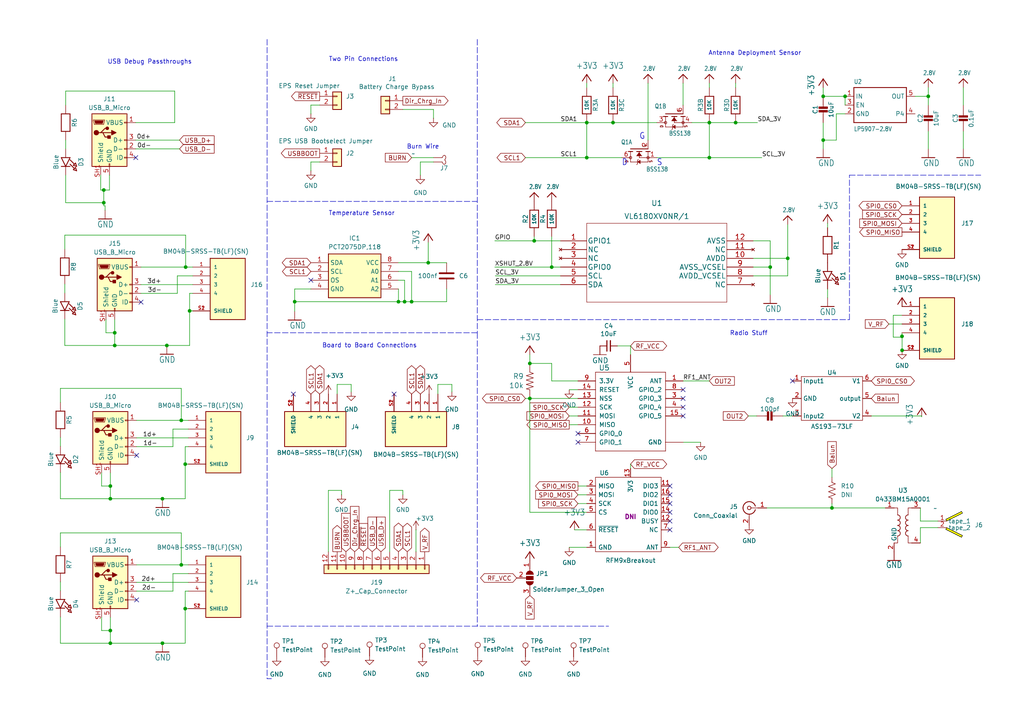
<source format=kicad_sch>
(kicad_sch (version 20231120) (generator "eeschema") (generator_version "8.0")
  (paper "A4")
  (junction (at 48.387 100.203))
  (junction (at 205.74 45.72))
  (junction (at 205.74 35.56))
  (junction (at 223.393 77.47))
  (junction (at 115.57 87.503))
  (junction (at 32.004 140.97))
  (junction (at 153.67 115.57))
  (junction (at 52.578 163.83))
  (junction (at 53.848 77.47))
  (junction (at 261.6454 101.6))
  (junction (at 54.991 90.17))
  (junction (at 47.117 144.653))
  (junction (at 32.004 182.88))
  (junction (at 32.004 144.653))
  (junction (at 85.471 87.503))
  (junction (at 269.24 27.94))
  (junction (at 53.721 176.53))
  (junction (at 33.274 96.52))
  (junction (at 238.76 40.64))
  (junction (at 238.76 27.94))
  (junction (at 170.18 45.72))
  (junction (at 124.206 76.2))
  (junction (at 241.3 147.32))
  (junction (at 261.62 97.536))
  (junction (at 153.67 105.41))
  (junction (at 119.38 87.503))
  (junction (at 52.578 121.92))
  (junction (at 213.36 35.56))
  (junction (at 30.099 55.118))
  (junction (at 53.721 134.62))
  (junction (at 30.099 58.801))
  (junction (at 177.8 35.56))
  (junction (at 154.94 69.85))
  (junction (at 117.348 87.503))
  (junction (at 160.02 77.47))
  (junction (at 245.11 27.94))
  (junction (at 32.004 186.563))
  (junction (at 228.473 74.93))
  (junction (at 47.117 186.563))
  (junction (at 170.18 35.56))
  (junction (at 33.274 100.203))
  (no_connect (at 40.894 87.63))
  (no_connect (at 198.12 120.65))
  (no_connect (at 114.3 114.3))
  (no_connect (at 198.12 118.11))
  (no_connect (at 194.31 153.67))
  (no_connect (at 194.31 151.13))
  (no_connect (at 194.31 143.51))
  (no_connect (at 194.31 146.05))
  (no_connect (at 167.64 125.73))
  (no_connect (at 198.12 115.57))
  (no_connect (at 194.31 140.97))
  (no_connect (at 194.31 148.59))
  (no_connect (at 167.64 128.27))
  (no_connect (at 85.09 114.3))
  (no_connect (at 90.17 81.28))
  (no_connect (at 198.12 113.03))
  (no_connect (at 39.37 45.72))
  (no_connect (at 229.87 110.49))
  (no_connect (at 39.624 173.99))
  (no_connect (at 39.624 132.08))
  (wire (pts (xy 125.73 31.75) (xy 125.73 34.29)))
  (wire (pts (xy 213.36 25.4) (xy 213.36 24.13)))
  (wire (pts (xy 241.3 147.32) (xy 256.794 147.32)))
  (wire (pts (xy 30.48 60.96) (xy 30.48 59.69)))
  (wire (pts (xy 170.18 35.56) (xy 152.4 35.56)))
  (wire (pts (xy 228.473 74.93) (xy 228.473 65.151)))
  (wire (pts (xy 213.36 35.56) (xy 219.71 35.56)))
  (wire (pts (xy 177.8 25.4) (xy 177.8 24.13)))
  (wire (pts (xy 127 114.3) (xy 127 111.506)))
  (wire (pts (xy 198.12 30.48) (xy 198.12 24.13)))
  (wire (pts (xy 259.08 91.44) (xy 261.62 91.44)))
  (wire (pts (xy 240.03 83.82) (xy 240.03 86.36)))
  (wire (pts (xy 190.5 45.72) (xy 205.74 45.72)))
  (wire (pts (xy 47.117 186.563) (xy 53.721 186.563)))
  (wire (pts (xy 85.471 87.503) (xy 85.471 90.297)))
  (wire (pts (xy 170.18 45.72) (xy 152.4 45.72)))
  (wire (pts (xy 54.61 171.45) (xy 53.721 171.45)))
  (wire (pts (xy 19.05 58.801) (xy 30.099 58.801)))
  (wire (pts (xy 18.796 92.583) (xy 18.796 100.203)))
  (wire (pts (xy 53.721 144.653) (xy 53.721 134.62)))
  (wire (pts (xy 125.73 46.99) (xy 121.92 46.99)))
  (wire (pts (xy 222.377 147.32) (xy 241.3 147.32)))
  (wire (pts (xy 32.004 144.653) (xy 47.117 144.653)))
  (wire (pts (xy 218.44 77.47) (xy 223.393 77.47)))
  (wire (pts (xy 99.06 142.24) (xy 99.06 143.51)))
  (wire (pts (xy 205.74 35.56) (xy 205.74 45.72)))
  (wire (pts (xy 33.274 100.203) (xy 48.387 100.203)))
  (wire (pts (xy 129.54 76.2) (xy 124.206 76.2)))
  (wire (pts (xy 154.94 69.85) (xy 162.56 69.85)))
  (wire (pts (xy 272.034 151.13) (xy 266.954 151.13)))
  (wire (pts (xy 205.74 25.4) (xy 205.74 24.13)))
  (wire (pts (xy 30.099 55.118) (xy 30.099 58.801)))
  (wire (pts (xy 153.67 105.41) (xy 153.67 102.87)))
  (wire (pts (xy 182.88 100.33) (xy 182.88 102.87)))
  (wire (pts (xy 50.165 124.46) (xy 54.61 124.46)))
  (wire (pts (xy 53.848 68.199) (xy 53.848 77.47)))
  (wire (pts (xy 177.8 35.56) (xy 170.18 35.56)))
  (wire (pts (xy 31.75 55.118) (xy 30.099 55.118)))
  (wire (pts (xy 279.4 38.1) (xy 279.4 43.18)))
  (wire (pts (xy 190.5 35.56) (xy 177.8 35.56)))
  (polyline (pts (xy 138.43 11.43) (xy 138.43 96.52)) (stroke (width 0) (type dash)))
  (wire (pts (xy 30.734 92.71) (xy 30.734 96.52)))
  (wire (pts (xy 257.81 93.98) (xy 261.62 93.98)))
  (wire (pts (xy 29.464 140.97) (xy 32.004 140.97)))
  (wire (pts (xy 51.435 85.09) (xy 51.435 80.01)))
  (wire (pts (xy 40.894 85.09) (xy 51.435 85.09)))
  (polyline (pts (xy 138.43 96.52) (xy 138.43 181.61)) (stroke (width 0) (type dash)))
  (wire (pts (xy 17.526 112.649) (xy 52.578 112.649)))
  (wire (pts (xy 205.74 45.72) (xy 220.98 45.72)))
  (wire (pts (xy 53.721 176.53) (xy 54.61 176.53)))
  (wire (pts (xy 198.12 128.27) (xy 203.2 128.27)))
  (wire (pts (xy 266.954 151.13) (xy 266.954 147.32)))
  (wire (pts (xy 267.335 120.65) (xy 267.335 120.904)))
  (wire (pts (xy 52.578 121.92) (xy 54.61 121.92)))
  (wire (pts (xy 92.71 30.48) (xy 90.17 30.48)))
  (wire (pts (xy 115.57 83.82) (xy 115.57 87.503)))
  (wire (pts (xy 223.393 69.85) (xy 223.393 77.47)))
  (wire (pts (xy 29.464 182.88) (xy 32.004 182.88)))
  (wire (pts (xy 85.471 83.82) (xy 85.471 87.503)))
  (wire (pts (xy 50.165 129.54) (xy 50.165 124.46)))
  (wire (pts (xy 170.18 146.05) (xy 167.64 146.05)))
  (wire (pts (xy 32.004 137.16) (xy 32.004 140.97)))
  (wire (pts (xy 40.894 82.55) (xy 55.88 82.55)))
  (wire (pts (xy 261.6454 97.536) (xy 261.6454 101.6)))
  (wire (pts (xy 180.34 45.72) (xy 170.18 45.72)))
  (wire (pts (xy 30.099 59.69) (xy 30.099 58.801)))
  (wire (pts (xy 17.526 144.653) (xy 32.004 144.653)))
  (wire (pts (xy 29.21 55.118) (xy 30.099 55.118)))
  (wire (pts (xy 19.05 26.416) (xy 19.05 30.48)))
  (wire (pts (xy 53.848 77.47) (xy 55.88 77.47)))
  (wire (pts (xy 30.734 96.52) (xy 33.274 96.52)))
  (wire (pts (xy 19.05 40.64) (xy 19.05 43.18)))
  (wire (pts (xy 143.637 80.01) (xy 162.56 80.01)))
  (wire (pts (xy 242.57 40.64) (xy 238.76 40.64)))
  (wire (pts (xy 265.43 27.94) (xy 269.24 27.94)))
  (wire (pts (xy 32.004 186.563) (xy 47.117 186.563)))
  (wire (pts (xy 269.24 38.1) (xy 269.24 43.18)))
  (wire (pts (xy 17.526 154.559) (xy 52.578 154.559)))
  (wire (pts (xy 266.954 153.035) (xy 266.954 157.48)))
  (wire (pts (xy 119.38 87.503) (xy 129.54 87.503)))
  (wire (pts (xy 160.02 110.49) (xy 160.02 105.41)))
  (wire (pts (xy 129.54 83.82) (xy 129.54 87.503)))
  (wire (pts (xy 52.578 154.559) (xy 52.578 163.83)))
  (wire (pts (xy 39.37 43.18) (xy 52.07 43.18)))
  (wire (pts (xy 124.206 70.358) (xy 124.206 76.2)))
  (wire (pts (xy 241.3 135.89) (xy 241.3 138.43)))
  (wire (pts (xy 39.624 127) (xy 54.61 127)))
  (wire (pts (xy 29.464 179.07) (xy 29.464 182.88)))
  (wire (pts (xy 50.673 26.416) (xy 50.673 35.56)))
  (wire (pts (xy 218.44 69.85) (xy 223.393 69.85)))
  (wire (pts (xy 259.08 91.44) (xy 259.08 97.79)))
  (polyline (pts (xy 246.38 92.71) (xy 246.38 50.8)) (stroke (width 0) (type dash)))
  (wire (pts (xy 115.57 81.28) (xy 117.348 81.28)))
  (wire (pts (xy 39.624 129.54) (xy 50.165 129.54)))
  (wire (pts (xy 101.854 111.506) (xy 101.854 113.665)))
  (wire (pts (xy 18.796 68.199) (xy 53.848 68.199)))
  (wire (pts (xy 187.96 40.64) (xy 187.96 24.13)))
  (wire (pts (xy 54.991 85.09) (xy 54.991 90.17)))
  (wire (pts (xy 160.02 77.47) (xy 162.56 77.47)))
  (wire (pts (xy 127 111.506) (xy 131.064 111.506)))
  (wire (pts (xy 160.02 68.58) (xy 160.02 77.47)))
  (wire (pts (xy 39.624 171.45) (xy 50.165 171.45)))
  (wire (pts (xy 116.84 31.75) (xy 125.73 31.75)))
  (polyline (pts (xy 77.47 11.43) (xy 77.47 196.85)) (stroke (width 0) (type dash)))
  (wire (pts (xy 238.76 40.64) (xy 238.76 35.56)))
  (wire (pts (xy 17.526 112.649) (xy 17.526 116.713)))
  (wire (pts (xy 54.61 129.54) (xy 53.721 129.54)))
  (wire (pts (xy 48.387 100.203) (xy 54.991 100.203)))
  (wire (pts (xy 245.11 27.94) (xy 238.76 27.94)))
  (wire (pts (xy 117.348 87.503) (xy 119.38 87.503)))
  (wire (pts (xy 115.57 78.74) (xy 119.38 78.74)))
  (wire (pts (xy 17.526 186.563) (xy 32.004 186.563)))
  (wire (pts (xy 170.18 24.13) (xy 170.18 25.4)))
  (wire (pts (xy 200.66 35.56) (xy 205.74 35.56)))
  (polyline (pts (xy 77.47 196.85) (xy 78.74 196.85)))
  (wire (pts (xy 182.88 134.62) (xy 182.88 135.89)))
  (wire (pts (xy 30.48 59.69) (xy 30.099 59.69)))
  (wire (pts (xy 261.62 96.52) (xy 261.62 97.536)))
  (wire (pts (xy 52.578 163.83) (xy 54.61 163.83)))
  (wire (pts (xy 165.1 158.75) (xy 170.18 158.75)))
  (wire (pts (xy 85.471 87.503) (xy 115.57 87.503)))
  (wire (pts (xy 269.24 27.94) (xy 269.24 25.4)))
  (wire (pts (xy 97.79 111.506) (xy 101.854 111.506)))
  (wire (pts (xy 17.526 154.559) (xy 17.526 158.623)))
  (wire (pts (xy 223.393 77.47) (xy 223.393 85.471)))
  (wire (pts (xy 53.721 129.54) (xy 53.721 134.62)))
  (wire (pts (xy 33.274 96.52) (xy 33.274 100.203)))
  (polyline (pts (xy 77.47 181.61) (xy 176.53 181.61)) (stroke (width 0) (type dash)))
  (wire (pts (xy 121.92 46.99) (xy 121.92 50.8)))
  (wire (pts (xy 242.57 33.02) (xy 242.57 40.64)))
  (wire (pts (xy 205.74 35.56) (xy 213.36 35.56)))
  (wire (pts (xy 167.64 123.19) (xy 165.1 123.19)))
  (wire (pts (xy 50.165 166.37) (xy 54.61 166.37)))
  (wire (pts (xy 238.76 25.4) (xy 238.76 27.94)))
  (wire (pts (xy 154.94 68.58) (xy 154.94 69.85)))
  (wire (pts (xy 40.894 77.47) (xy 53.848 77.47)))
  (wire (pts (xy 259.08 97.79) (xy 261.62 97.79)))
  (polyline (pts (xy 246.38 50.8) (xy 284.48 50.8)) (stroke (width 0) (type dash)))
  (wire (pts (xy 90.17 30.48) (xy 90.17 33.02)))
  (wire (pts (xy 19.05 50.8) (xy 19.05 58.801)))
  (wire (pts (xy 113.03 142.24) (xy 116.84 142.24)))
  (wire (pts (xy 218.44 80.01) (xy 228.473 80.01)))
  (wire (pts (xy 227.076 120.65) (xy 229.87 120.65)))
  (wire (pts (xy 272.034 153.035) (xy 266.954 153.035)))
  (wire (pts (xy 18.796 82.423) (xy 18.796 84.963)))
  (wire (pts (xy 31.75 50.8) (xy 31.75 55.118)))
  (wire (pts (xy 261.62 97.79) (xy 261.62 97.536)))
  (wire (pts (xy 153.67 148.59) (xy 170.18 148.59)))
  (wire (pts (xy 279.4 25.4) (xy 279.4 30.48)))
  (wire (pts (xy 55.88 85.09) (xy 54.991 85.09)))
  (wire (pts (xy 119.38 45.72) (xy 125.73 45.72)))
  (wire (pts (xy 39.624 121.92) (xy 52.578 121.92)))
  (wire (pts (xy 167.64 113.03) (xy 165.1 113.03)))
  (wire (pts (xy 17.526 137.033) (xy 17.526 144.653)))
  (wire (pts (xy 143.51 77.47) (xy 160.02 77.47)))
  (polyline (pts (xy 77.47 58.42) (xy 138.43 58.42)) (stroke (width 0) (type dash)))
  (wire (pts (xy 17.526 168.783) (xy 17.526 171.323)))
  (wire (pts (xy 166.624 153.67) (xy 170.18 153.67)))
  (wire (pts (xy 198.12 110.49) (xy 205.74 110.49)))
  (wire (pts (xy 52.578 112.649) (xy 52.578 121.92)))
  (wire (pts (xy 53.721 186.563) (xy 53.721 176.53)))
  (wire (pts (xy 39.624 168.91) (xy 54.61 168.91)))
  (wire (pts (xy 240.03 66.04) (xy 240.03 64.77)))
  (wire (pts (xy 167.64 118.11) (xy 165.1 118.11)))
  (wire (pts (xy 117.348 81.28) (xy 117.348 87.503)))
  (polyline (pts (xy 138.43 92.71) (xy 246.38 92.71)) (stroke (width 0) (type dash)))
  (wire (pts (xy 252.73 120.65) (xy 267.335 120.65)))
  (wire (pts (xy 241.3 146.05) (xy 241.3 147.32)))
  (wire (pts (xy 53.721 171.45) (xy 53.721 176.53)))
  (wire (pts (xy 17.526 126.873) (xy 17.526 129.413)))
  (wire (pts (xy 160.02 110.49) (xy 167.64 110.49)))
  (wire (pts (xy 47.117 144.653) (xy 53.721 144.653)))
  (wire (pts (xy 120.65 153.67) (xy 120.65 160.02)))
  (wire (pts (xy 152.4 115.57) (xy 153.67 115.57)))
  (wire (pts (xy 228.473 74.93) (xy 228.473 80.01)))
  (wire (pts (xy 119.38 78.74) (xy 119.38 87.503)))
  (wire (pts (xy 153.67 115.57) (xy 153.67 148.59)))
  (wire (pts (xy 39.624 163.83) (xy 52.578 163.83)))
  (wire (pts (xy 131.064 111.506) (xy 131.064 113.665)))
  (wire (pts (xy 217.043 120.65) (xy 219.456 120.65)))
  (wire (pts (xy 51.435 80.01) (xy 55.88 80.01)))
  (wire (pts (xy 33.274 92.71) (xy 33.274 96.52)))
  (wire (pts (xy 261.62 97.536) (xy 261.6454 97.536)))
  (wire (pts (xy 167.64 120.65) (xy 165.1 120.65)))
  (wire (pts (xy 39.37 35.56) (xy 50.673 35.56)))
  (wire (pts (xy 95.25 142.24) (xy 99.06 142.24)))
  (wire (pts (xy 90.17 83.82) (xy 85.471 83.82)))
  (polyline (pts (xy 138.43 96.52) (xy 77.47 96.52)) (stroke (width 0) (type dash)))
  (wire (pts (xy 245.11 30.48) (xy 245.11 27.94)))
  (wire (pts (xy 238.76 40.64) (xy 238.76 43.18)))
  (wire (pts (xy 32.004 182.88) (xy 32.004 186.563)))
  (wire (pts (xy 32.004 179.07) (xy 32.004 182.88)))
  (wire (pts (xy 18.796 100.203) (xy 33.274 100.203)))
  (wire (pts (xy 19.05 26.416) (xy 50.673 26.416)))
  (wire (pts (xy 115.57 87.503) (xy 117.348 87.503)))
  (wire (pts (xy 218.44 74.93) (xy 228.473 74.93)))
  (wire (pts (xy 18.796 68.199) (xy 18.796 72.263)))
  (wire (pts (xy 170.18 143.51) (xy 167.64 143.51)))
  (wire (pts (xy 113.03 160.02) (xy 113.03 142.24)))
  (wire (pts (xy 261.62 101.6) (xy 261.6454 101.6)))
  (wire (pts (xy 182.88 100.33) (xy 179.07 100.33)))
  (wire (pts (xy 92.71 46.99) (xy 90.17 46.99)))
  (wire (pts (xy 39.37 40.64) (xy 52.07 40.64)))
  (wire (pts (xy 160.02 105.41) (xy 153.67 105.41)))
  (wire (pts (xy 95.25 160.02) (xy 95.25 142.24)))
  (wire (pts (xy 50.165 171.45) (xy 50.165 166.37)))
  (wire (pts (xy 261.62 88.9) (xy 261.6454 88.9)))
  (wire (pts (xy 245.11 33.02) (xy 242.57 33.02)))
  (wire (pts (xy 32.004 140.97) (xy 32.004 144.653)))
  (wire (pts (xy 54.991 90.17) (xy 55.88 90.17)))
  (wire (pts (xy 97.79 114.3) (xy 97.79 111.506)))
  (wire (pts (xy 29.21 50.8) (xy 29.21 55.118)))
  (wire (pts (xy 143.637 82.55) (xy 162.56 82.55)))
  (wire (pts (xy 54.991 100.203) (xy 54.991 90.17)))
  (wire (pts (xy 196.85 158.75) (xy 194.31 158.75)))
  (wire (pts (xy 170.18 140.97) (xy 167.64 140.97)))
  (wire (pts (xy 53.721 134.62) (xy 54.61 134.62)))
  (wire (pts (xy 143.51 69.85) (xy 154.94 69.85)))
  (wire (pts (xy 269.24 27.94) (xy 269.24 30.48)))
  (wire (pts (xy 29.464 137.16) (xy 29.464 140.97)))
  (wire (pts (xy 115.57 76.2) (xy 124.206 76.2)))
  (wire (pts (xy 116.84 142.24) (xy 116.84 143.51)))
  (wire (pts (xy 90.17 46.99) (xy 90.17 49.53)))
  (wire (pts (xy 170.18 35.56) (xy 170.18 45.72)))
  (wire (pts (xy 153.67 115.57) (xy 167.64 115.57)))
  (wire (pts (xy 17.526 178.943) (xy 17.526 186.563)))
  (text "Two Pin Connections\n" (at 105.41 17.272 0) (effects (font (size 1.27 1.27))))
  (text "S" (at 190.5 48.26 0) (effects (font (size 1.778 1.5113)) (justify left bottom)))
  (text "Antenna Deployment Sensor" (at 218.948 15.494 0) (effects (font (size 1.27 1.27))))
  (text "Radio Stuff" (at 217.17 96.774 0) (effects (font (size 1.27 1.27))))
  (text "USB Debug Passthroughs" (at 43.434 18.034 0) (effects (font (size 1.27 1.27))))
  (text "Burn Wire" (at 122.682 42.672 0) (effects (font (size 1.27 1.27))))
  (text "Temperature Sensor" (at 104.902 61.976 0) (effects (font (size 1.27 1.27))))
  (text "G" (at 185.42 40.64 0) (effects (font (size 1.778 1.5113)) (justify left bottom)))
  (text "D" (at 180.34 48.26 0) (effects (font (size 1.778 1.5113)) (justify left bottom)))
  (text "Board to Board Connections\n" (at 107.188 100.33 0) (effects (font (size 1.27 1.27))))
  (label "3d-" (at 42.799 85.09 0))
  (label "2d+" (at 41.021 168.91 0))
  (label "0d-" (at 39.751 43.18 0))
  (label "GPIO" (at 143.51 69.85 0) (effects (font (size 1.2446 1.2446))))
  (label "1d-" (at 41.529 129.54 0))
  (label "1d+" (at 41.402 127 0))
  (label "SDA1" (at 162.56 35.56 0) (effects (font (size 1.2446 1.2446))))
  (label "2d-" (at 41.148 171.45 0))
  (label "3d+" (at 42.672 82.55 0))
  (label "SCL_3V" (at 143.637 80.01 0) (effects (font (size 1.2446 1.2446))))
  (label "SDA_3V" (at 143.637 82.55 0) (effects (font (size 1.2446 1.2446))))
  (label "RF1_ANT" (at 198.12 110.49 0))
  (label "SCL1" (at 162.56 45.72 0) (effects (font (size 1.2446 1.2446))))
  (label "0d+" (at 39.624 40.64 0))
  (label "SCL_3V" (at 220.98 45.72 0) (effects (font (size 1.2446 1.2446))))
  (label "SDA_3V" (at 219.71 35.56 0) (effects (font (size 1.2446 1.2446))))
  (label "XSHUT_2.8V" (at 143.51 77.47 0) (effects (font (size 1.2446 1.2446))))
  (global_label "RF_VCC" (shape bidirectional) (at 182.88 100.33 0) (property "Intersheetrefs" "${INTERSHEET_REFS}" (effects (hide yes))))
  (global_label "USB_D+" (shape input) (at 52.07 40.64 0) (property "Intersheetrefs" "${INTERSHEET_REFS}" (effects (hide yes))))
  (global_label "RF_VCC" (shape bidirectional) (at 182.88 134.62 0) (property "Intersheetrefs" "${INTERSHEET_REFS}" (effects (hide yes))))
  (global_label "V_RF" (shape output) (at 123.19 160.02 90) (property "Intersheetrefs" "${INTERSHEET_REFS}" (effects (hide yes))))
  (global_label "BURN" (shape output) (at 97.79 160.02 90) (property "Intersheetrefs" "${INTERSHEET_REFS}" (effects (hide yes))))
  (global_label "SPI0_MOSI" (shape input) (at 167.64 143.51 180) (property "Intersheetrefs" "${INTERSHEET_REFS}" (effects (hide yes))))
  (global_label "SPI0_SCK" (shape input) (at 261.62 62.23 180) (property "Intersheetrefs" "${INTERSHEET_REFS}" (effects (hide yes))))
  (global_label "SDA1" (shape bidirectional) (at 90.17 76.2 180) (property "Intersheetrefs" "${INTERSHEET_REFS}" (effects (hide yes))))
  (global_label "Dir_Chrg_In" (shape output) (at 116.84 29.21 0) (property "Intersheetrefs" "${INTERSHEET_REFS}" (effects (hide yes))))
  (global_label "SDA1" (shape bidirectional) (at 121.92 114.3 90) (property "Intersheetrefs" "${INTERSHEET_REFS}" (effects (hide yes))))
  (global_label "OUT2" (shape input) (at 217.043 120.65 180) (property "Intersheetrefs" "${INTERSHEET_REFS}" (effects (hide yes))))
  (global_label "SDA1" (shape bidirectional) (at 115.57 160.02 90) (property "Intersheetrefs" "${INTERSHEET_REFS}" (effects (hide yes))))
  (global_label "SPI0_CS0" (shape bidirectional) (at 261.62 59.69 180) (property "Intersheetrefs" "${INTERSHEET_REFS}" (effects (hide yes))))
  (global_label "SPI0_MOSI" (shape input) (at 165.1 120.65 180) (property "Intersheetrefs" "${INTERSHEET_REFS}" (effects (hide yes))))
  (global_label "SCL1" (shape bidirectional) (at 90.17 78.74 180) (property "Intersheetrefs" "${INTERSHEET_REFS}" (effects (hide yes))))
  (global_label "SDA1" (shape bidirectional) (at 152.4 35.56 180) (property "Intersheetrefs" "${INTERSHEET_REFS}" (effects (hide yes))))
  (global_label "USB_D-" (shape input) (at 107.95 160.02 90) (property "Intersheetrefs" "${INTERSHEET_REFS}" (effects (hide yes))))
  (global_label "SPI0_MOSI" (shape input) (at 261.62 64.77 180) (property "Intersheetrefs" "${INTERSHEET_REFS}" (effects (hide yes))))
  (global_label "~{RESET}" (shape input) (at 105.41 160.02 90) (property "Intersheetrefs" "${INTERSHEET_REFS}" (effects (hide yes))))
  (global_label "USB_D+" (shape input) (at 110.49 160.02 90) (property "Intersheetrefs" "${INTERSHEET_REFS}" (effects (hide yes))))
  (global_label "SCL1" (shape bidirectional) (at 90.17 114.3 90) (property "Intersheetrefs" "${INTERSHEET_REFS}" (effects (hide yes))))
  (global_label "SCL1" (shape bidirectional) (at 118.11 160.02 90) (property "Intersheetrefs" "${INTERSHEET_REFS}" (effects (hide yes))))
  (global_label "RF1_ANT" (shape bidirectional) (at 196.85 158.75 0) (property "Intersheetrefs" "${INTERSHEET_REFS}" (effects (hide yes))))
  (global_label "USBBOOT" (shape input) (at 100.33 160.02 90) (property "Intersheetrefs" "${INTERSHEET_REFS}" (effects (hide yes))))
  (global_label "Balun" (shape input) (at 252.73 115.57 0) (property "Intersheetrefs" "${INTERSHEET_REFS}" (effects (hide yes))))
  (global_label "Dir_Chrg_In" (shape input) (at 102.87 160.02 90) (property "Intersheetrefs" "${INTERSHEET_REFS}" (effects (hide yes))))
  (global_label "V_RF" (shape input) (at 153.67 172.72 270) (property "Intersheetrefs" "${INTERSHEET_REFS}" (effects (hide yes))))
  (global_label "Balun" (shape input) (at 241.3 135.89 90) (property "Intersheetrefs" "${INTERSHEET_REFS}" (effects (hide yes))))
  (global_label "SCL1" (shape bidirectional) (at 152.4 45.72 180) (property "Intersheetrefs" "${INTERSHEET_REFS}" (effects (hide yes))))
  (global_label "SPI0_SCK" (shape input) (at 167.64 146.05 180) (property "Intersheetrefs" "${INTERSHEET_REFS}" (effects (hide yes))))
  (global_label "SPI0_CS0" (shape bidirectional) (at 152.4 115.57 180) (property "Intersheetrefs" "${INTERSHEET_REFS}" (effects (hide yes))))
  (global_label "OUT2" (shape input) (at 205.74 110.49 0) (property "Intersheetrefs" "${INTERSHEET_REFS}" (effects (hide yes))))
  (global_label "USB_D-" (shape input) (at 52.07 43.18 0) (property "Intersheetrefs" "${INTERSHEET_REFS}" (effects (hide yes))))
  (global_label "~{RESET}" (shape output) (at 92.71 27.94 180) (property "Intersheetrefs" "${INTERSHEET_REFS}" (effects (hide yes))))
  (global_label "SCL1" (shape bidirectional) (at 119.38 114.3 90) (property "Intersheetrefs" "${INTERSHEET_REFS}" (effects (hide yes))))
  (global_label "SPI0_MISO" (shape output) (at 167.64 140.97 180) (property "Intersheetrefs" "${INTERSHEET_REFS}" (effects (hide yes))))
  (global_label "SPI0_MISO" (shape output) (at 165.1 123.19 180) (property "Intersheetrefs" "${INTERSHEET_REFS}" (effects (hide yes))))
  (global_label "RF_VCC" (shape bidirectional) (at 149.86 167.64 180) (property "Intersheetrefs" "${INTERSHEET_REFS}" (effects (hide yes))))
  (global_label "V_RF" (shape input) (at 257.81 93.98 180) (property "Intersheetrefs" "${INTERSHEET_REFS}" (effects (hide yes))))
  (global_label "SDA1" (shape bidirectional) (at 92.71 114.3 90) (property "Intersheetrefs" "${INTERSHEET_REFS}" (effects (hide yes))))
  (global_label "SPI0_SCK" (shape input) (at 165.1 118.11 180) (property "Intersheetrefs" "${INTERSHEET_REFS}" (effects (hide yes))))
  (global_label "BURN" (shape input) (at 119.38 45.72 180) (property "Intersheetrefs" "${INTERSHEET_REFS}" (effects (hide yes))))
  (global_label "USBBOOT" (shape output) (at 92.71 44.45 180) (property "Intersheetrefs" "${INTERSHEET_REFS}" (effects (hide yes))))
  (global_label "SPI0_CS0" (shape bidirectional) (at 252.73 110.49 0) (property "Intersheetrefs" "${INTERSHEET_REFS}" (effects (hide yes))))
  (global_label "SPI0_MISO" (shape output) (at 261.62 67.31 180) (property "Intersheetrefs" "${INTERSHEET_REFS}" (effects (hide yes))))
  (symbol (lib_id "mainboard:RFM9xBreakout") (at 182.88 149.86 0) (unit 1)
    (property "Reference" "U6" (at 175.26 137.16 0))
    (property "Value" "RFM9xBreakout" (at 182.88 162.56 0))
    (property "Footprint" "Antenna_board:HOPERF_RFM95W_SMD" (effects (hide yes)))
    (property "DNI" "DNI" (at 182.88 149.86 0) (effects (font (bold yes))))
  )
  (symbol (lib_id "Connector:USB_B_Micro") (at 31.75 40.64 0) (unit 1)
    (property "Reference" "J11" (at 31.75 28.702 0))
    (property "Value" "USB_B_Micro" (at 31.75 31.242 0))
    (property "Footprint" "Antenna_board:MOLEX_105164-0001(round)" (effects (hide yes)))
  )
  (symbol (lib_id "mainboard:10KOHM-1_10W-1%(0603)0603") (at 153.67 110.49 270) (unit 1)
    (property "Reference" "R9" (at 151.9428 109.1438 90) (effects (font (size 1.4986 1.4986)) (justify right)))
    (property "Value" "10k" (at 151.9428 111.8108 90) (effects (font (size 1.4986 1.4986)) (justify right)))
    (property "Footprint" "Resistor_SMD:R_0603_1608Metric" (effects (hide yes)))
    (property "Description" "10k 0603" (effects (hide yes)))
  )
  (symbol (lib_id "BM04B-SRSS-TB_LF__SN_:BM04B-SRSS-TB(LF)(SN)") (at 90.17 124.46 270) (unit 1)
    (property "Reference" "J4" (at 101.8032 123.825 90) (effects (justify left)))
    (property "Value" "BM04B-SRSS-TB(LF)(SN)" (at 80.264 131.318 90) (effects (justify left)))
    (property "Footprint" "Antenna_board:JST_BM04B-SRSS-TB(LF)(SN)" (effects (hide yes)))
    (property "PARTREV" "N/A" (effects (hide yes)))
    (property "SNAPEDA_PN" "BM04B-SRSS-TB(LF)(SN)" (effects (hide yes)))
    (property "STANDARD" "Manufacturer Recommendations" (effects (hide yes)))
    (property "MAXIMUM_PACKAGE_HEIGHT" "6.3 mm" (effects (hide yes)))
    (property "MANUFACTURER" "JST Sales America Inc." (effects (hide yes)))
  )
  (symbol (lib_id "Connector_Generic:Conn_01x02") (at 97.79 27.94 0) (unit 1)
    (property "Reference" "J3" (at 100.33 27.9399 0) (effects (justify left)))
    (property "Value" "EPS Reset Jumper" (at 80.772 24.892 0) (effects (justify left)))
    (property "Footprint" "Connector_PinHeader_2.54mm:PinHeader_1x02_P2.54mm_Vertical" (effects (hide yes)))
    (property "Description" "Generic connector, single row, 01x02, script generated (kicad-library-utils/schlib/autogen/connector/)" (effects (hide yes)))
  )
  (symbol (lib_id "Adafruit VL6180 Time of Flight Sensor-eagle-import:MOSFET-N_DUAL") (at 185.42 43.18 90) (mirror x) (unit 1)
    (property "Reference" "Q1" (at 183.388 41.91 90) (effects (font (size 1.27 1.0795)) (justify left bottom)))
    (property "Value" "BSS138" (at 193.802 49.784 90) (effects (font (size 1.27 1.0795)) (justify left bottom)))
    (property "Footprint" "Package_TO_SOT_SMD:SOT-363_SC-70-6" (effects (hide yes)))
  )
  (symbol (lib_id "Adafruit ItsyBitsy RP2040-eagle-import:RESISTOR_0402NO") (at 18.796 77.343 270) (unit 1)
    (property "Reference" "R8" (at 21.336 77.343 0))
    (property "Value" "1K" (effects (hide yes)))
    (property "Footprint" "Resistor_SMD:R_0402_1005Metric" (effects (hide yes)))
  )
  (symbol (lib_id "Adafruit ItsyBitsy RP2040-eagle-import:RESISTOR_0402NO") (at 19.05 35.56 270) (unit 1)
    (property "Reference" "R6" (at 21.59 35.56 0))
    (property "Value" "1K" (effects (hide yes)))
    (property "Footprint" "Resistor_SMD:R_0402_1005Metric" (effects (hide yes)))
  )
  (symbol (lib_name "GND_1") (lib_id "power:GND") (at 116.84 143.51 0) (unit 1)
    (property "Reference" "#PWR019" (effects (hide yes)))
    (property "Value" "GND" (at 116.84 147.828 0))
    (property "Description" "Power symbol creates a global label with name \"GND\" , ground" (effects (hide yes)))
  )
  (symbol (lib_id "Adafruit VL6180 Time of Flight Sensor-eagle-import:2.8V") (at 228.473 62.611 0) (unit 1)
    (property "Reference" "#U$09" (effects (hide yes)))
    (property "Value" "2.8V" (at 226.949 61.595 0) (effects (font (size 1.27 1.0795)) (justify left bottom)))
    (property "Footprint" "Adafruit VL6180 Time of Flight Sensor:" (effects (hide yes)))
  )
  (symbol (lib_name "GND_1") (lib_id "power:GND") (at 90.17 49.53 0) (unit 1)
    (property "Reference" "#PWR024" (effects (hide yes)))
    (property "Value" "GND" (at 90.17 53.848 0))
    (property "Description" "Power symbol creates a global label with name \"GND\" , ground" (effects (hide yes)))
  )
  (symbol (lib_id "Antenna:Tape_Measure_Antenna") (at 271.272 147.447 0) (unit 1)
    (property "Reference" "J6" (at 282.702 152.273 0) (effects (justify left)))
    (property "Value" "~" (at 271.272 147.447 0))
    (property "Footprint" "Antenna_board:Tape_Measure_Antenna" (effects (hide yes)))
  )
  (symbol (lib_id "Adafruit ItsyBitsy RP2040-eagle-import:GND") (at 30.48 63.5 0) (mirror y) (unit 1)
    (property "Reference" "#GND03" (effects (hide yes)))
    (property "Value" "GND" (at 33.02 66.04 0) (effects (font (size 1.778 1.5113)) (justify left bottom)))
    (property "Footprint" "Adafruit ItsyBitsy RP2040:" (effects (hide yes)))
  )
  (symbol (lib_id "power:+3V3") (at 124.46 114.3 0) (unit 1)
    (property "Reference" "#PWR011" (effects (hide yes)))
    (property "Value" "+3V3" (at 124.46 109.22 0))
  )
  (symbol (lib_id "Adafruit VL6180 Time of Flight Sensor-eagle-import:2.8V") (at 279.4 22.86 0) (unit 1)
    (property "Reference" "#U$012" (effects (hide yes)))
    (property "Value" "2.8V" (at 277.876 21.844 0) (effects (font (size 1.27 1.0795)) (justify left bottom)))
    (property "Footprint" "Adafruit VL6180 Time of Flight Sensor:" (effects (hide yes)))
  )
  (symbol (lib_id "power:GND") (at 229.87 115.57 0) (unit 1)
    (property "Reference" "#PWR017" (effects (hide yes)))
    (property "Value" "GND" (at 229.87 120.0134 0))
  )
  (symbol (lib_id "VL6180X0NR:VL6180XV0NR/1") (at 162.56 69.85 0) (unit 1)
    (property "Reference" "U1" (at 190.5 58.928 0) (effects (font (size 1.524 1.524))))
    (property "Value" "VL6180XV0NR/1" (at 190.5 62.738 0) (effects (font (size 1.524 1.524))))
    (property "Footprint" "Adafruit VL6180 Time of Flight Sensor:VL6180" (effects (hide yes)))
  )
  (symbol (lib_id "power:GND") (at 80.264 190.5 0) (unit 1)
    (property "Reference" "#PWR04" (effects (hide yes)))
    (property "Value" "GND" (at 80.264 195.58 0))
  )
  (symbol (lib_id "Adafruit ItsyBitsy RP2040-eagle-import:+3V3") (at 177.8 21.59 0) (unit 1)
    (property "Reference" "#+3V03" (effects (hide yes)))
    (property "Value" "+3V3" (at 177.8 19.05 0) (effects (font (size 1.778 1.5113))))
    (property "Footprint" "Adafruit ItsyBitsy RP2040:" (effects (hide yes)))
  )
  (symbol (lib_id "Adafruit VL6180 Time of Flight Sensor-eagle-import:GND") (at 279.4 45.72 0) (unit 1)
    (property "Reference" "#U$013" (effects (hide yes)))
    (property "Value" "GND" (at 277.876 48.26 0) (effects (font (size 1.778 1.5113)) (justify left bottom)))
    (property "Footprint" "Adafruit VL6180 Time of Flight Sensor:" (effects (hide yes)))
  )
  (symbol (lib_id "Adafruit ItsyBitsy RP2040-eagle-import:+3V3") (at 267.335 118.364 0) (unit 1)
    (property "Reference" "#+3V08" (effects (hide yes)))
    (property "Value" "+3V3" (at 264.795 123.444 90) (effects (font (size 1.778 1.5113)) (justify left bottom)))
    (property "Footprint" "Adafruit ItsyBitsy RP2040:" (effects (hide yes)))
  )
  (symbol (lib_id "Adafruit VL6180 Time of Flight Sensor-eagle-import:RESISTOR_4PACK") (at 205.74 30.48 90) (mirror x) (unit 2)
    (property "Reference" "R3" (at 203.2 30.48 0))
    (property "Value" "10K" (at 205.74 30.48 0) (effects (font (size 1.016 1.016) (bold yes))))
    (property "Footprint" "Resistor_SMD:R_Array_Convex_4x0603" (effects (hide yes)))
  )
  (symbol (lib_id "BM04B-SRSS-TB_LF__SN_:BM04B-SRSS-TB(LF)(SN)") (at 271.78 67.31 0) (unit 1)
    (property "Reference" "J17" (at 278.765 64.77 0) (effects (justify left)))
    (property "Value" "BM04B-SRSS-TB(LF)(SN)" (at 259.7404 54.0766 0) (effects (justify left)))
    (property "Footprint" "Antenna_board:JST_BM04B-SRSS-TB(LF)(SN)" (effects (hide yes)))
    (property "PARTREV" "N/A" (effects (hide yes)))
    (property "SNAPEDA_PN" "BM04B-SRSS-TB(LF)(SN)" (effects (hide yes)))
    (property "STANDARD" "Manufacturer Recommendations" (effects (hide yes)))
    (property "MAXIMUM_PACKAGE_HEIGHT" "6.3 mm" (effects (hide yes)))
    (property "MANUFACTURER" "JST Sales America Inc." (effects (hide yes)))
  )
  (symbol (lib_id "BM04B-SRSS-TB_LF__SN_:BM04B-SRSS-TB(LF)(SN)") (at 64.77 171.45 0) (unit 1)
    (property "Reference" "J14" (at 71.374 168.91 0) (effects (justify left)))
    (property "Value" "BM04B-SRSS-TB(LF)(SN)" (at 45.466 158.75 0) (effects (justify left)))
    (property "Footprint" "Antenna_board:JST_BM04B-SRSS-TB(LF)(SN)" (effects (hide yes)))
    (property "PARTREV" "N/A" (effects (hide yes)))
    (property "SNAPEDA_PN" "BM04B-SRSS-TB(LF)(SN)" (effects (hide yes)))
    (property "STANDARD" "Manufacturer Recommendations" (effects (hide yes)))
    (property "MAXIMUM_PACKAGE_HEIGHT" "6.3 mm" (effects (hide yes)))
    (property "MANUFACTURER" "JST Sales America Inc." (effects (hide yes)))
  )
  (symbol (lib_id "Adafruit ItsyBitsy RP2040-eagle-import:+3V3") (at 240.03 62.23 0) (unit 1)
    (property "Reference" "#+3V01" (effects (hide yes)))
    (property "Value" "+3V3" (at 240.03 59.69 0) (effects (font (size 1.778 1.5113))))
    (property "Footprint" "Adafruit ItsyBitsy RP2040:" (effects (hide yes)))
  )
  (symbol (lib_id "Adafruit VL6180 Time of Flight Sensor-eagle-import:2.8V") (at 213.36 21.59 0) (unit 1)
    (property "Reference" "#U$07" (effects (hide yes)))
    (property "Value" "2.8V" (at 211.836 20.574 0) (effects (font (size 1.27 1.0795)) (justify left bottom)))
    (property "Footprint" "Adafruit VL6180 Time of Flight Sensor:" (effects (hide yes)))
  )
  (symbol (lib_id "Adafruit VL6180 Time of Flight Sensor-eagle-import:GND") (at 223.393 88.011 0) (unit 1)
    (property "Reference" "#U$08" (effects (hide yes)))
    (property "Value" "GND" (at 221.869 90.551 0) (effects (font (size 1.778 1.5113)) (justify left bottom)))
    (property "Footprint" "Adafruit VL6180 Time of Flight Sensor:" (effects (hide yes)))
  )
  (symbol (lib_id "Adafruit VL6180 Time of Flight Sensor-eagle-import:VREG_SOT23-5") (at 255.27 30.48 0) (unit 1)
    (property "Reference" "U2" (at 247.65 24.384 0) (effects (font (size 1.27 1.0795)) (justify left bottom)))
    (property "Value" "LP5907-2.8V" (at 247.65 38.1 0) (effects (font (size 1.27 1.0795)) (justify left bottom)))
    (property "Footprint" "Package_TO_SOT_SMD:SOT-23-5" (effects (hide yes)))
  )
  (symbol (lib_id "Connector:TestPoint") (at 122.555 190.627 0) (unit 1)
    (property "Reference" "TP4" (at 124.079 186.055 0) (effects (justify left)))
    (property "Value" "TestPoint" (at 124.079 188.595 0) (effects (justify left)))
    (property "Footprint" "MountingHole:MountingHole_2.7mm_M2.5_Pad" (effects (hide yes)))
  )
  (symbol (lib_name "+3V3_1") (lib_id "power:+3V3") (at 120.65 153.67 0) (unit 1)
    (property "Reference" "#PWR014" (effects (hide yes)))
    (property "Value" "+3V3" (at 123.19 150.368 0))
    (property "Description" "Power symbol creates a global label with name \"+3V3\"" (effects (hide yes)))
  )
  (symbol (lib_id "Adafruit VL6180 Time of Flight Sensor-eagle-import:CAP_CERAMIC0603_NO") (at 279.4 35.56 0) (unit 1)
    (property "Reference" "C3" (at 277.11 34.31 90))
    (property "Value" "0.1uF" (at 281.7 34.31 90))
    (property "Footprint" "Capacitor_SMD:C_0603_1608Metric" (effects (hide yes)))
  )
  (symbol (lib_id "BM04B-SRSS-TB_LF__SN_:BM04B-SRSS-TB(LF)(SN)") (at 66.04 85.09 0) (unit 1)
    (property "Reference" "J16" (at 72.644 82.55 0) (effects (justify left)))
    (property "Value" "BM04B-SRSS-TB(LF)(SN)" (at 47.244 72.898 0) (effects (justify left)))
    (property "Footprint" "Antenna_board:JST_BM04B-SRSS-TB(LF)(SN)" (effects (hide yes)))
    (property "PARTREV" "N/A" (effects (hide yes)))
    (property "SNAPEDA_PN" "BM04B-SRSS-TB(LF)(SN)" (effects (hide yes)))
    (property "STANDARD" "Manufacturer Recommendations" (effects (hide yes)))
    (property "MAXIMUM_PACKAGE_HEIGHT" "6.3 mm" (effects (hide yes)))
    (property "MANUFACTURER" "JST Sales America Inc." (effects (hide yes)))
  )
  (symbol (lib_name "GND_2") (lib_id "power:GND") (at 125.73 34.29 0) (unit 1)
    (property "Reference" "#PWR022" (effects (hide yes)))
    (property "Value" "GND" (at 130.302 36.322 0))
    (property "Description" "Power symbol creates a global label with name \"GND\" , ground" (effects (hide yes)))
  )
  (symbol (lib_id "mainboard:GND") (at 173.99 102.87 0) (mirror y) (unit 1)
    (property "Reference" "#U01" (effects (hide yes)))
    (property "Value" "GND" (at 176.53 105.41 0) (effects (font (size 1.4986 1.4986)) (justify left bottom)))
  )
  (symbol (lib_id "power:GND") (at 152.4 190.5 0) (unit 1)
    (property "Reference" "#PWR09" (effects (hide yes)))
    (property "Value" "GND" (at 152.4 195.58 0))
  )
  (symbol (lib_name "GND_1") (lib_id "power:GND") (at 90.17 33.02 0) (unit 1)
    (property "Reference" "#PWR025" (effects (hide yes)))
    (property "Value" "GND" (at 90.17 37.338 0))
    (property "Description" "Power symbol creates a global label with name \"GND\" , ground" (effects (hide yes)))
  )
  (symbol (lib_id "Adafruit VL6180 Time of Flight Sensor-eagle-import:RESISTOR_4PACK") (at 170.18 30.48 270) (unit 1)
    (property "Reference" "R3" (at 172.72 30.48 0))
    (property "Value" "10K" (at 170.18 30.48 0) (effects (font (size 1.016 1.016) (bold yes))))
    (property "Footprint" "Resistor_SMD:R_Array_Convex_4x0603" (effects (hide yes)))
  )
  (symbol (lib_id "Adafruit VL6180 Time of Flight Sensor-eagle-import:MOSFET-N_DUAL") (at 195.58 33.02 90) (mirror x) (unit 2)
    (property "Reference" "Q1" (at 193.294 31.496 90) (effects (font (size 1.27 1.0795)) (justify left bottom)))
    (property "Value" "BSS138" (at 200.406 39.37 90) (effects (font (size 1.27 1.0795)) (justify left bottom)))
    (property "Footprint" "Package_TO_SOT_SMD:SOT-363_SC-70-6" (effects (hide yes)))
  )
  (symbol (lib_id "Adafruit VL6180 Time of Flight Sensor-eagle-import:CAP_CERAMIC0805-NOOUTLINE") (at 269.24 35.56 0) (unit 1)
    (property "Reference" "C2" (at 266.95 34.31 90))
    (property "Value" "10uF" (at 271.54 34.31 90))
    (property "Footprint" "Capacitor_SMD:C_0805_2012Metric" (effects (hide yes)))
  )
  (symbol (lib_id "Device:R_US") (at 241.3 142.24 0) (unit 1)
    (property "Reference" "R10" (at 243.84 140.9699 0) (effects (justify left)))
    (property "Value" "DNI" (at 243.84 143.5099 0) (effects (justify left)))
    (property "Footprint" "Resistor_SMD:R_0603_1608Metric" (effects (hide yes)))
    (property "Description" "Resistor, US symbol" (effects (hide yes)))
  )
  (symbol (lib_id "power:GND") (at 138.557 190.373 0) (unit 1)
    (property "Reference" "#PWR08" (effects (hide yes)))
    (property "Value" "GND" (at 138.557 195.453 0))
  )
  (symbol (lib_id "Adafruit ItsyBitsy RP2040-eagle-import:+3V3") (at 238.76 22.86 0) (unit 1)
    (property "Reference" "#+3V04" (effects (hide yes)))
    (property "Value" "+3V3" (at 236.22 27.94 90) (effects (font (size 1.778 1.5113)) (justify left bottom)))
    (property "Footprint" "Adafruit ItsyBitsy RP2040:" (effects (hide yes)))
  )
  (symbol (lib_id "Adafruit ItsyBitsy RP2040-eagle-import:RESISTOR_0402NO") (at 240.03 71.12 270) (unit 1)
    (property "Reference" "R1" (at 242.57 71.12 0))
    (property "Value" "1K" (effects (hide yes)))
    (property "Footprint" "Resistor_SMD:R_0402_1005Metric" (effects (hide yes)))
  )
  (symbol (lib_id "Device:C") (at 129.54 80.01 0) (unit 1)
    (property "Reference" "C6" (at 133.096 80.01 0) (effects (justify left)))
    (property "Value" "100nf" (at 121.158 80.01 0) (effects (justify left)))
    (property "Footprint" "Capacitor_SMD:C_0603_1608Metric" (effects (hide yes)))
  )
  (symbol (lib_id "Adafruit VL6180 Time of Flight Sensor-eagle-import:RESISTOR_4PACK") (at 213.36 30.48 90) (mirror x) (unit 4)
    (property "Reference" "R3" (at 210.82 30.48 0))
    (property "Value" "10K" (at 213.36 30.48 0) (effects (font (size 1.016 1.016) (bold yes))))
    (property "Footprint" "Resistor_SMD:R_Array_Convex_4x0603" (effects (hide yes)))
  )
  (symbol (lib_id "Adafruit VL6180 Time of Flight Sensor-eagle-import:GND") (at 238.76 45.72 0) (unit 1)
    (property "Reference" "#U$05" (effects (hide yes)))
    (property "Value" "GND" (at 237.236 48.26 0) (effects (font (size 1.778 1.5113)) (justify left bottom)))
    (property "Footprint" "Adafruit VL6180 Time of Flight Sensor:" (effects (hide yes)))
  )
  (symbol (lib_id "Connector:USB_B_Micro") (at 32.004 168.91 0) (unit 1)
    (property "Reference" "J13" (at 32.004 156.972 0))
    (property "Value" "USB_B_Micro" (at 32.004 159.512 0))
    (property "Footprint" "Antenna_board:MOLEX_105164-0001(round)" (effects (hide yes)))
  )
  (symbol (lib_id "BM04B-SRSS-TB_LF__SN_:BM04B-SRSS-TB(LF)(SN)") (at 119.38 124.46 270) (unit 1)
    (property "Reference" "J8" (at 131.0132 123.825 90) (effects (justify left)))
    (property "Value" "BM04B-SRSS-TB(LF)(SN)" (at 108.204 131.826 90) (effects (justify left)))
    (property "Footprint" "Antenna_board:JST_BM04B-SRSS-TB(LF)(SN)" (effects (hide yes)))
    (property "PARTREV" "N/A" (effects (hide yes)))
    (property "SNAPEDA_PN" "BM04B-SRSS-TB(LF)(SN)" (effects (hide yes)))
    (property "STANDARD" "Manufacturer Recommendations" (effects (hide yes)))
    (property "MAXIMUM_PACKAGE_HEIGHT" "6.3 mm" (effects (hide yes)))
    (property "MANUFACTURER" "JST Sales America Inc." (effects (hide yes)))
  )
  (symbol (lib_id "Transformer:0433BM15A0001") (at 261.874 152.4 0) (unit 1)
    (property "Reference" "U3" (at 261.874 142.24 0))
    (property "Value" "0433BM15A0001" (at 261.874 144.78 0))
    (property "Footprint" "RF_Converter:Balun_Johanson_0896BM15A0001" (effects (hide yes)))
    (property "Datasheet" "https://www.johansontechnology.com/datasheets/0433BM15A0001/0433BM15A0001.pdf" (effects (hide yes)))
  )
  (symbol (lib_id "Adafruit ItsyBitsy RP2040-eagle-import:+3V3") (at 153.67 160.02 0) (unit 1)
    (property "Reference" "#+3V010" (effects (hide yes)))
    (property "Value" "+3V3" (at 153.67 157.48 0) (effects (font (size 1.778 1.5113))))
    (property "Footprint" "Adafruit ItsyBitsy RP2040:" (effects (hide yes)))
  )
  (symbol (lib_id "Connector:TestPoint") (at 138.557 190.373 0) (unit 1)
    (property "Reference" "TP5" (at 140.081 185.801 0) (effects (justify left)))
    (property "Value" "TestPoint" (at 140.081 188.341 0) (effects (justify left)))
    (property "Footprint" "MountingHole:MountingHole_2.7mm_M2.5_Pad" (effects (hide yes)))
  )
  (symbol (lib_id "Adafruit ItsyBitsy RP2040-eagle-import:CAP_CERAMIC_0402NO") (at 224.536 120.65 90) (unit 1)
    (property "Reference" "C8" (at 223.266 116.078 90))
    (property "Value" "100pf" (at 223.266 118.618 90))
    (property "Footprint" "Capacitor_SMD:C_0603_1608Metric" (effects (hide yes)))
  )
  (symbol (lib_id "Adafruit ItsyBitsy RP2040-eagle-import:LED0603_NOOUTLINE") (at 18.796 90.043 270) (unit 1)
    (property "Reference" "D5" (at 23.241 88.773 0))
    (property "Value" "Blue" (at 16.002 88.773 0))
    (property "Footprint" "LED_SMD:LED_0603_1608Metric" (effects (hide yes)))
  )
  (symbol (lib_id "Adafruit VL6180 Time of Flight Sensor-eagle-import:RESISTOR_0603_NOOUT") (at 160.02 63.5 90) (unit 1)
    (property "Reference" "R4" (at 157.48 63.5 0))
    (property "Value" "10K" (at 160.02 63.5 0) (effects (font (size 1.016 1.016) (bold yes))))
    (property "Footprint" "Resistor_SMD:R_0603_1608Metric" (effects (hide yes)))
  )
  (symbol (lib_id "Adafruit VL6180 Time of Flight Sensor-eagle-import:2.8V") (at 205.74 21.59 0) (unit 1)
    (property "Reference" "#U$06" (effects (hide yes)))
    (property "Value" "2.8V" (at 204.216 20.574 0) (effects (font (size 1.27 1.0795)) (justify left bottom)))
    (property "Footprint" "Adafruit VL6180 Time of Flight Sensor:" (effects (hide yes)))
  )
  (symbol (lib_id "power:GND") (at 166.37 190.5 0) (unit 1)
    (property "Reference" "#PWR010" (effects (hide yes)))
    (property "Value" "GND" (at 166.37 195.58 0))
  )
  (symbol (lib_id "Antenna:PCT2075DP,118") (at 90.17 76.2 0) (unit 1)
    (property "Reference" "IC1" (at 102.87 69.088 0))
    (property "Value" "PCT2075DP,118" (at 102.87 71.628 0))
    (property "Footprint" "Package_SO:TSSOP-8_3x3mm_P0.65mm" (effects (hide yes)))
    (property "Datasheet" "http://www.nxp.com/docs/en/data-sheet/PCT2075.pdf" (effects (hide yes)))
    (property "Height" "1.1" (effects (hide yes)))
    (property "Mouser Part Number" "771-PCT2075DP118" (effects (hide yes)))
    (property "Mouser Price/Stock" "https://www.mouser.co.uk/ProductDetail/NXP-Semiconductors/PCT2075DP118?qs=lH1ILECabYlwLBLKMiotHw%3D%3D" (effects (hide yes)))
    (property "Manufacturer_Name" "NXP" (effects (hide yes)))
    (property "Manufacturer_Part_Number" "PCT2075DP,118" (effects (hide yes)))
  )
  (symbol (lib_id "power:GND") (at 261.62 72.39 0) (unit 1)
    (property "Reference" "#PWR020" (effects (hide yes)))
    (property "Value" "GND" (at 261.62 76.8334 0))
  )
  (symbol (lib_id "power:+3V3") (at 95.25 114.3 0) (unit 1)
    (property "Reference" "#PWR01" (effects (hide yes)))
    (property "Value" "+3V3" (at 97.028 108.966 0))
  )
  (symbol (lib_id "Adafruit VL6180 Time of Flight Sensor-eagle-import:2.8V") (at 154.94 55.88 0) (unit 1)
    (property "Reference" "#U$01" (effects (hide yes)))
    (property "Value" "2.8V" (at 153.416 54.864 0) (effects (font (size 1.27 1.0795)) (justify left bottom)))
    (property "Footprint" "Adafruit VL6180 Time of Flight Sensor:" (effects (hide yes)))
  )
  (symbol (lib_id "Adafruit VL6180 Time of Flight Sensor-eagle-import:2.8V") (at 160.02 55.88 0) (unit 1)
    (property "Reference" "#U$02" (effects (hide yes)))
    (property "Value" "2.8V" (at 158.496 54.864 0) (effects (font (size 1.27 1.0795)) (justify left bottom)))
    (property "Footprint" "Adafruit VL6180 Time of Flight Sensor:" (effects (hide yes)))
  )
  (symbol (lib_id "Connector:Conn_Coaxial") (at 217.297 147.32 0) (mirror y) (unit 1)
    (property "Reference" "J5" (at 213.995 146.9782 0) (effects (justify left)))
    (property "Value" "Conn_Coaxial" (at 213.995 149.5182 0) (effects (justify left)))
    (property "Footprint" "Connector_Coaxial:SMA_Amphenol_901-144_Vertical" (effects (hide yes)))
    (property "Datasheet" " ~" (effects (hide yes)))
  )
  (symbol (lib_id "Adafruit ItsyBitsy RP2040-eagle-import:GND") (at 47.117 189.103 0) (mirror y) (unit 1)
    (property "Reference" "#GND05" (effects (hide yes)))
    (property "Value" "GND" (at 49.657 191.643 0) (effects (font (size 1.778 1.5113)) (justify left bottom)))
    (property "Footprint" "Adafruit ItsyBitsy RP2040:" (effects (hide yes)))
  )
  (symbol (lib_id "Connector:USB_B_Micro") (at 32.004 127 0) (unit 1)
    (property "Reference" "J10" (at 32.004 115.062 0))
    (property "Value" "USB_B_Micro" (at 32.004 117.602 0))
    (property "Footprint" "Antenna_board:MOLEX_105164-0001(round)" (effects (hide yes)))
  )
  (symbol (lib_id "Adafruit VL6180 Time of Flight Sensor-eagle-import:GND") (at 269.24 45.72 0) (unit 1)
    (property "Reference" "#U$011" (effects (hide yes)))
    (property "Value" "GND" (at 267.716 48.26 0) (effects (font (size 1.778 1.5113)) (justify left bottom)))
    (property "Footprint" "Adafruit VL6180 Time of Flight Sensor:" (effects (hide yes)))
  )
  (symbol (lib_id "Connector:TestPoint") (at 80.264 190.5 0) (unit 1)
    (property "Reference" "TP1" (at 81.788 185.928 0) (effects (justify left)))
    (property "Value" "TestPoint" (at 81.788 188.468 0) (effects (justify left)))
    (property "Footprint" "MountingHole:MountingHole_2.7mm_M2.5_Pad" (effects (hide yes)))
  )
  (symbol (lib_id "power:GND") (at 165.1 158.75 0) (unit 1)
    (property "Reference" "#PWR013" (effects (hide yes)))
    (property "Value" "GND" (at 165.1 163.1934 0))
  )
  (symbol (lib_id "Adafruit VL6180 Time of Flight Sensor-eagle-import:2.8V") (at 187.96 21.59 0) (unit 1)
    (property "Reference" "#U$03" (effects (hide yes)))
    (property "Value" "2.8V" (at 186.436 20.574 0) (effects (font (size 1.27 1.0795)) (justify left bottom)))
    (property "Footprint" "Adafruit VL6180 Time of Flight Sensor:" (effects (hide yes)))
  )
  (symbol (lib_id "Adafruit VL6180 Time of Flight Sensor-eagle-import:2.8V") (at 198.12 21.59 0) (unit 1)
    (property "Reference" "#U$04" (effects (hide yes)))
    (property "Value" "2.8V" (at 196.596 20.574 0) (effects (font (size 1.27 1.0795)) (justify left bottom)))
    (property "Footprint" "Adafruit VL6180 Time of Flight Sensor:" (effects (hide yes)))
  )
  (symbol (lib_id "power:GND") (at 101.854 113.665 0) (unit 1)
    (property "Reference" "#PWR02" (effects (hide yes)))
    (property "Value" "GND" (at 101.854 118.745 0))
  )
  (symbol (lib_name "GND_3") (lib_id "power:GND") (at 121.92 50.8 0) (unit 1)
    (property "Reference" "#PWR023" (effects (hide yes)))
    (property "Value" "GND" (at 121.92 55.88 0))
    (property "Description" "Power symbol creates a global label with name \"GND\" , ground" (effects (hide yes)))
  )
  (symbol (lib_id "Adafruit VL6180 Time of Flight Sensor-eagle-import:CAP_CERAMIC0805-NOOUTLINE") (at 238.76 33.02 0) (unit 1)
    (property "Reference" "C1" (at 236.47 31.77 90))
    (property "Value" "10uF" (at 241.06 31.77 90))
    (property "Footprint" "Capacitor_SMD:C_0805_2012Metric" (effects (hide yes)))
  )
  (symbol (lib_id "Connector_Generic:Conn_01x02") (at 111.76 29.21 0) (mirror y) (unit 1)
    (property "Reference" "J1" (at 113.792 22.86 0))
    (property "Value" "Battery Charge Bypass" (at 115.062 25.146 0))
    (property "Footprint" "Connector_PinHeader_2.54mm:PinHeader_1x02_P2.54mm_Vertical" (effects (hide yes)))
  )
  (symbol (lib_id "Adafruit ItsyBitsy RP2040-eagle-import:+3V3") (at 153.67 100.33 0) (unit 1)
    (property "Reference" "#+3V06" (effects (hide yes)))
    (property "Value" "+3V3" (at 153.67 97.79 0) (effects (font (size 1.778 1.5113))))
    (property "Footprint" "Adafruit ItsyBitsy RP2040:" (effects (hide yes)))
  )
  (symbol (lib_id "Jumper:SolderJumper_3_Open") (at 153.67 167.64 270) (unit 1)
    (property "Reference" "JP1" (at 155.448 166.37 90) (effects (justify left)))
    (property "Value" "SolderJumper_3_Open" (at 154.432 170.942 90) (effects (justify left)))
    (property "Footprint" "Jumper:SolderJumper-3_P1.3mm_Open_RoundedPad1.0x1.5mm_NumberLabels" (effects (hide yes)))
  )
  (symbol (lib_id "Connector:TestPoint") (at 94.234 190.627 0) (unit 1)
    (property "Reference" "TP2" (at 95.758 186.055 0) (effects (justify left)))
    (property "Value" "TestPoint" (at 95.758 188.595 0) (effects (justify left)))
    (property "Footprint" "MountingHole:MountingHole_2.7mm_M2.5_Pad" (effects (hide yes)))
  )
  (symbol (lib_id "Adafruit ItsyBitsy RP2040-eagle-import:GND") (at 48.387 102.743 0) (mirror y) (unit 1)
    (property "Reference" "#GND06" (effects (hide yes)))
    (property "Value" "GND" (at 50.927 105.283 0) (effects (font (size 1.778 1.5113)) (justify left bottom)))
    (property "Footprint" "Adafruit ItsyBitsy RP2040:" (effects (hide yes)))
  )
  (symbol (lib_id "BM04B-SRSS-TB_LF__SN_:BM04B-SRSS-TB(LF)(SN)") (at 271.78 96.52 0) (unit 1)
    (property "Reference" "J18" (at 278.765 93.98 0) (effects (justify left)))
    (property "Value" "BM04B-SRSS-TB(LF)(SN)" (at 259.588 80.518 0) (effects (justify left)))
    (property "Footprint" "Antenna_board:JST_BM04B-SRSS-TB(LF)(SN)" (effects (hide yes)))
    (property "PARTREV" "N/A" (effects (hide yes)))
    (property "SNAPEDA_PN" "BM04B-SRSS-TB(LF)(SN)" (effects (hide yes)))
    (property "STANDARD" "Manufacturer Recommendations" (effects (hide yes)))
    (property "MAXIMUM_PACKAGE_HEIGHT" "6.3 mm" (effects (hide yes)))
    (property "MANUFACTURER" "JST Sales America Inc." (effects (hide yes)))
  )
  (symbol (lib_id "Adafruit VL6180 Time of Flight Sensor-eagle-import:2.8V") (at 269.24 22.86 0) (unit 1)
    (property "Reference" "#U$010" (effects (hide yes)))
    (property "Value" "2.8V" (at 267.716 21.844 0) (effects (font (size 1.27 1.0795)) (justify left bottom)))
    (property "Footprint" "Adafruit VL6180 Time of Flight Sensor:" (effects (hide yes)))
  )
  (symbol (lib_id "Adafruit ItsyBitsy RP2040-eagle-import:+3V3") (at 166.624 151.13 0) (unit 1)
    (property "Reference" "#+3V07" (effects (hide yes)))
    (property "Value" "+3V3" (at 166.624 148.59 0) (effects (font (size 1.778 1.5113))))
    (property "Footprint" "Adafruit ItsyBitsy RP2040:" (effects (hide yes)))
  )
  (symbol (lib_id "Connector:USB_B_Micro") (at 33.274 82.55 0) (unit 1)
    (property "Reference" "J15" (at 33.274 70.612 0))
    (property "Value" "USB_B_Micro" (at 33.274 73.152 0))
    (property "Footprint" "Antenna_board:MOLEX_105164-0001(round)" (effects (hide yes)))
  )
  (symbol (lib_name "GND_1") (lib_id "power:GND") (at 99.06 143.51 0) (unit 1)
    (property "Reference" "#PWR021" (effects (hide yes)))
    (property "Value" "GND" (at 99.06 147.828 0))
    (property "Description" "Power symbol creates a global label with name \"GND\" , ground" (effects (hide yes)))
  )
  (symbol (lib_id "Adafruit ItsyBitsy RP2040-eagle-import:RESISTOR_0402NO") (at 17.526 121.793 270) (unit 1)
    (property "Reference" "R5" (at 20.066 121.793 0))
    (property "Value" "1K" (effects (hide yes)))
    (property "Footprint" "Resistor_SMD:R_0402_1005Metric" (effects (hide yes)))
  )
  (symbol (lib_id "Connector_Generic:Conn_01x12") (at 110.49 165.1 270) (unit 1)
    (property "Reference" "J19" (at 109.22 168.91 90))
    (property "Value" "Z+_Cap_Connector" (at 109.22 171.45 90))
    (property "Footprint" "Connector_Molex:Molex_Pico-Lock_504050-1291_1x12-1MP_P1.50mm_Horizontal" (effects (hide yes)))
  )
  (symbol (lib_id "Adafruit ItsyBitsy RP2040-eagle-import:LED0603_NOOUTLINE") (at 17.526 134.493 270) (unit 1)
    (property "Reference" "D2" (at 21.971 133.223 0))
    (property "Value" "Blue" (at 14.732 133.223 0))
    (property "Footprint" "LED_SMD:LED_0603_1608Metric" (effects (hide yes)))
  )
  (symbol (lib_id "power:GND") (at 94.234 190.627 0) (unit 1)
    (property "Reference" "#PWR05" (effects (hide yes)))
    (property "Value" "GND" (at 94.234 195.707 0))
  )
  (symbol (lib_id "Antenna:RF_Switch") (at 241.3 115.57 0) (unit 1)
    (property "Reference" "U4" (at 241.3 108.077 0))
    (property "Value" "AS193-73LF" (at 241.3 123.698 0))
    (property "Footprint" "Package_TO_SOT_SMD:SuperSOT-6" (effects (hide yes)))
  )
  (symbol (lib_id "Adafruit ItsyBitsy RP2040-eagle-import:+3V3") (at 170.18 21.59 0) (unit 1)
    (property "Reference" "#+3V02" (effects (hide yes)))
    (property "Value" "+3V3" (at 170.18 19.05 0) (effects (font (size 1.778 1.5113))))
    (property "Footprint" "Adafruit ItsyBitsy RP2040:" (effects (hide yes)))
  )
  (symbol (lib_id "mainboard:RFM98PW") (at 180.34 118.11 0) (unit 1)
    (property "Reference" "U5" (at 175.26 106.68 0) (effects (font (size 1.4986 1.4986))))
    (property "Value" "RFM98PW" (effects (hide yes)))
    (property "Footprint" "Antenna_board:RFM98PW" (effects (hide yes)))
    (property "Description" "433 MHz 1W Radio" (effects (hide yes)))
    (property "Flight" "RFM98PW" (effects (hide yes)))
    (property "Manufacturer_Name" "HopeRF" (effects (hide yes)))
    (property "Manufacturer_Part_Number" "RFM98PW" (effects (hide yes)))
    (property "Proto" "RFM98PW" (effects (hide yes)))
  )
  (symbol (lib_id "Adafruit ItsyBitsy RP2040-eagle-import:LED0603_NOOUTLINE") (at 240.03 81.28 270) (unit 1)
    (property "Reference" "D1" (at 244.475 80.01 0))
    (property "Value" "Blue" (at 237.236 80.01 0))
    (property "Footprint" "LED_SMD:LED_0603_1608Metric" (effects (hide yes)))
  )
  (symbol (lib_id "power:GND") (at 165.1 113.03 0) (unit 1)
    (property "Reference" "#PWR018" (effects (hide yes)))
    (property "Value" "GND" (at 165.1 117.4734 0))
  )
  (symbol (lib_id "Device:C_Small") (at 176.53 100.33 90) (unit 1)
    (property "Reference" "C4" (at 176.53 94.5134 90))
    (property "Value" "10uF" (at 176.53 96.8248 90))
    (property "Footprint" "Capacitor_SMD:C_0603_1608Metric" (effects (hide yes)))
    (property "Description" "10uF +-20% 10V X5R" (effects (hide yes)))
  )
  (symbol (lib_id "Connector:TestPoint") (at 166.37 190.5 0) (unit 1)
    (property "Reference" "TP7" (at 167.894 185.928 0) (effects (justify left)))
    (property "Value" "TestPoint" (at 167.894 188.468 0) (effects (justify left)))
    (property "Footprint" "MountingHole:MountingHole_2.7mm_M2.5_Pad" (effects (hide yes)))
  )
  (symbol (lib_id "Adafruit ItsyBitsy RP2040-eagle-import:LED0603_NOOUTLINE") (at 17.526 176.403 270) (unit 1)
    (property "Reference" "D4" (at 21.971 175.133 0))
    (property "Value" "Blue" (at 14.732 175.133 0))
    (property "Footprint" "LED_SMD:LED_0603_1608Metric" (effects (hide yes)))
  )
  (symbol (lib_id "power:GND") (at 122.555 190.627 0) (unit 1)
    (property "Reference" "#PWR07" (effects (hide yes)))
    (property "Value" "GND" (at 122.555 195.707 0))
  )
  (symbol (lib_id "Adafruit ItsyBitsy RP2040-eagle-import:GND") (at 47.117 147.193 0) (mirror y) (unit 1)
    (property "Reference" "#GND02" (effects (hide yes)))
    (property "Value" "GND" (at 49.657 149.733 0) (effects (font (size 1.778 1.5113)) (justify left bottom)))
    (property "Footprint" "Adafruit ItsyBitsy RP2040:" (effects (hide yes)))
  )
  (symbol (lib_id "Adafruit ItsyBitsy RP2040-eagle-import:RESISTOR_0402NO") (at 17.526 163.703 270) (unit 1)
    (property "Reference" "R7" (at 20.066 163.703 0))
    (property "Value" "1K" (effects (hide yes)))
    (property "Footprint" "Resistor_SMD:R_0402_1005Metric" (effects (hide yes)))
  )
  (symbol (lib_id "Adafruit ItsyBitsy RP2040-eagle-import:+3V3") (at 124.206 67.818 0) (unit 1)
    (property "Reference" "#+3V05" (effects (hide yes)))
    (property "Value" "+3V3" (at 121.666 72.898 90) (effects (font (size 1.778 1.5113)) (justify left bottom)))
    (property "Footprint" "Adafruit ItsyBitsy RP2040:" (effects (hide yes)))
  )
  (symbol (lib_id "Adafruit ItsyBitsy RP2040-eagle-import:GND") (at 259.334 162.56 0) (unit 1)
    (property "Reference" "#GND04" (effects (hide yes)))
    (property "Value" "GND" (at 259.334 163.83 0) (effects (font (size 1.778 1.5113))))
    (property "Footprint" "Adafruit ItsyBitsy RP2040:" (effects (hide yes)))
  )
  (symbol (lib_id "power:GND") (at 261.6454 101.6 0) (unit 1)
    (property "Reference" "#PWR016" (effects (hide yes)))
    (property "Value" "GND" (at 261.6454 106.0434 0))
  )
  (symbol (lib_id "Adafruit VL6180 Time of Flight Sensor-eagle-import:RESISTOR_0603_NOOUT") (at 154.94 63.5 90) (unit 1)
    (property "Reference" "R2" (at 152.4 63.5 0))
    (property "Value" "10K" (at 154.94 63.5 0) (effects (font (size 1.016 1.016) (bold yes))))
    (property "Footprint" "Resistor_SMD:R_0603_1608Metric" (effects (hide yes)))
  )
  (symbol (lib_id "power:GND") (at 131.064 113.665 0) (unit 1)
    (property "Reference" "#PWR012" (effects (hide yes)))
    (property "Value" "GND" (at 131.064 118.745 0))
  )
  (symbol (lib_id "Adafruit VL6180 Time of Flight Sensor-eagle-import:GND") (at 85.471 92.837 0) (unit 1)
    (property "Reference" "#U$014" (effects (hide yes)))
    (property "Value" "GND" (at 83.947 95.377 0) (effects (font (size 1.778 1.5113)) (justify left bottom)))
    (property "Footprint" "Adafruit VL6180 Time of Flight Sensor:" (effects (hide yes)))
  )
  (symbol (lib_id "Connector:TestPoint") (at 152.4 190.5 0) (unit 1)
    (property "Reference" "TP6" (at 153.924 185.928 0) (effects (justify left)))
    (property "Value" "TestPoint" (at 153.924 188.468 0) (effects (justify left)))
    (property "Footprint" "MountingHole:MountingHole_2.7mm_M2.5_Pad" (effects (hide yes)))
  )
  (symbol (lib_id "Connector_Generic:Conn_01x02") (at 97.79 44.45 0) (unit 1)
    (property "Reference" "J2" (at 100.33 44.4499 0) (effects (justify left)))
    (property "Value" "EPS USB Bootselect Jumper" (at 80.772 40.894 0) (effects (justify left)))
    (property "Footprint" "Connector_PinHeader_2.54mm:PinHeader_1x02_P2.54mm_Vertical" (effects (hide yes)))
    (property "Description" "Generic connector, single row, 01x02, script generated (kicad-library-utils/schlib/autogen/connector/)" (effects (hide yes)))
  )
  (symbol (lib_id "power:GND") (at 107.188 190.246 0) (unit 1)
    (property "Reference" "#PWR06" (effects (hide yes)))
    (property "Value" "GND" (at 107.188 195.326 0))
  )
  (symbol (lib_id "Connector:TestPoint") (at 107.188 190.246 0) (unit 1)
    (property "Reference" "TP3" (at 108.712 185.674 0) (effects (justify left)))
    (property "Value" "TestPoint" (at 108.712 188.214 0) (effects (justify left)))
    (property "Footprint" "MountingHole:MountingHole_2.7mm_M2.5_Pad" (effects (hide yes)))
  )
  (symbol (lib_id "Adafruit ItsyBitsy RP2040-eagle-import:LED0603_NOOUTLINE") (at 19.05 48.26 270) (unit 1)
    (property "Reference" "D3" (at 23.495 46.99 0))
    (property "Value" "Blue" (at 16.256 46.99 0))
    (property "Footprint" "LED_SMD:LED_0603_1608Metric" (effects (hide yes)))
  )
  (symbol (lib_id "power:GND") (at 217.297 152.4 0) (mirror y) (unit 1)
    (property "Reference" "#PWR03" (effects (hide yes)))
    (property "Value" "GND" (at 217.297 156.8434 0))
  )
  (symbol (lib_id "power:GND") (at 203.2 128.27 0) (unit 1)
    (property "Reference" "#PWR015" (effects (hide yes)))
    (property "Value" "GND" (at 203.2 132.7134 0))
  )
  (symbol (lib_id "Antenna:Burn_Wire") (at 125.73 46.99 180) (unit 1)
    (property "Reference" "J7" (at 128.788 48.768 0))
    (property "Value" "~" (at 119.888 44.577 0))
    (property "Footprint" "Antenna_board:Burn_Wire" (effects (hide yes)))
  )
  (symbol (lib_id "Adafruit VL6180 Time of Flight Sensor-eagle-import:RESISTOR_4PACK") (at 177.8 30.48 270) (unit 3)
    (property "Reference" "R3" (at 180.34 30.48 0))
    (property "Value" "10K" (at 177.8 30.48 0) (effects (font (size 1.016 1.016) (bold yes))))
    (property "Footprint" "Resistor_SMD:R_Array_Convex_4x0603" (effects (hide yes)))
  )
  (symbol (lib_id "Adafruit ItsyBitsy RP2040-eagle-import:+3V3") (at 261.6454 86.36 0) (unit 1)
    (property "Reference" "#+3V09" (effects (hide yes)))
    (property "Value" "+3V3" (at 261.6454 83.82 0) (effects (font (size 1.778 1.5113))))
    (property "Footprint" "Adafruit ItsyBitsy RP2040:" (effects (hide yes)))
  )
  (symbol (lib_id "Adafruit ItsyBitsy RP2040-eagle-import:GND") (at 240.03 88.9 0) (mirror y) (unit 1)
    (property "Reference" "#GND01" (effects (hide yes)))
    (property "Value" "GND" (at 242.57 91.44 0) (effects (font (size 1.778 1.5113)) (justify left bottom)))
    (property "Footprint" "Adafruit ItsyBitsy RP2040:" (effects (hide yes)))
  )
  (symbol (lib_id "BM04B-SRSS-TB_LF__SN_:BM04B-SRSS-TB(LF)(SN)") (at 64.77 129.54 0) (unit 1)
    (property "Reference" "J9" (at 71.374 127 0) (effects (justify left)))
    (property "Value" "BM04B-SRSS-TB(LF)(SN)" (at 45.72 117.602 0) (effects (justify left)))
    (property "Footprint" "Antenna_board:JST_BM04B-SRSS-TB(LF)(SN)" (effects (hide yes)))
    (property "PARTREV" "N/A" (effects (hide yes)))
    (property "SNAPEDA_PN" "BM04B-SRSS-TB(LF)(SN)" (effects (hide yes)))
    (property "STANDARD" "Manufacturer Recommendations" (effects (hide yes)))
    (property "MAXIMUM_PACKAGE_HEIGHT" "6.3 mm" (effects (hide yes)))
    (property "MANUFACTURER" "JST Sales America Inc." (effects (hide yes)))
  )
)
</source>
